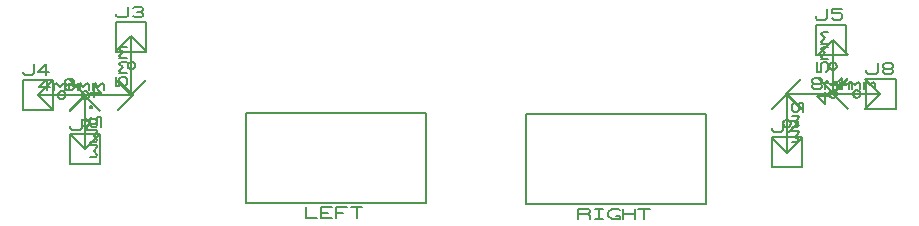
<source format=gbr>
G04 PROTEUS GERBER X2 FILE*
%TF.GenerationSoftware,Labcenter,Proteus,8.13-SP0-Build31525*%
%TF.CreationDate,2024-11-27T16:09:25+00:00*%
%TF.FileFunction,Legend,Top*%
%TF.FilePolarity,Positive*%
%TF.Part,Single*%
%TF.SameCoordinates,{6c36026d-0d5a-4654-bc71-8b13258c69e2}*%
%FSLAX45Y45*%
%MOMM*%
G01*
%TA.AperFunction,Material*%
%ADD15C,0.203200*%
%TA.AperFunction,NonMaterial*%
%ADD16C,0.203200*%
%TD.AperFunction*%
D15*
X+3548746Y+1201000D02*
X+3548746Y+439000D01*
X+2024746Y+439000D02*
X+2024746Y+1201000D01*
X+3548746Y+439000D02*
X+2024746Y+439000D01*
X+3548746Y+1201000D02*
X+2024746Y+1201000D01*
X+2532746Y+398360D02*
X+2532746Y+306920D01*
X+2627996Y+306920D01*
X+2754996Y+306920D02*
X+2659746Y+306920D01*
X+2659746Y+398360D01*
X+2754996Y+398360D01*
X+2659746Y+352640D02*
X+2723246Y+352640D01*
X+2786746Y+306920D02*
X+2786746Y+398360D01*
X+2881996Y+398360D01*
X+2786746Y+352640D02*
X+2850246Y+352640D01*
X+2913746Y+398360D02*
X+3008996Y+398360D01*
X+2961371Y+398360D02*
X+2961371Y+306920D01*
X+5918746Y+1191000D02*
X+5918746Y+429000D01*
X+4394746Y+429000D02*
X+4394746Y+1191000D01*
X+5918746Y+429000D02*
X+4394746Y+429000D01*
X+5918746Y+1191000D02*
X+4394746Y+1191000D01*
X+4839246Y+296920D02*
X+4839246Y+388360D01*
X+4918621Y+388360D01*
X+4934496Y+373120D01*
X+4934496Y+357880D01*
X+4918621Y+342640D01*
X+4839246Y+342640D01*
X+4918621Y+342640D02*
X+4934496Y+327400D01*
X+4934496Y+296920D01*
X+4982121Y+388360D02*
X+5045621Y+388360D01*
X+5013871Y+388360D02*
X+5013871Y+296920D01*
X+4982121Y+296920D02*
X+5045621Y+296920D01*
X+5156746Y+327400D02*
X+5188496Y+327400D01*
X+5188496Y+296920D01*
X+5124996Y+296920D01*
X+5093246Y+327400D01*
X+5093246Y+357880D01*
X+5124996Y+388360D01*
X+5172621Y+388360D01*
X+5188496Y+373120D01*
X+5220246Y+296920D02*
X+5220246Y+388360D01*
X+5315496Y+388360D02*
X+5315496Y+296920D01*
X+5220246Y+342640D02*
X+5315496Y+342640D01*
X+5347246Y+388360D02*
X+5442496Y+388360D01*
X+5394871Y+388360D02*
X+5394871Y+296920D01*
X+537746Y+763000D02*
X+791746Y+763000D01*
X+791746Y+1017000D01*
X+537746Y+1017000D01*
X+537746Y+763000D01*
X+537746Y+1088120D02*
X+537746Y+1072880D01*
X+553621Y+1057640D01*
X+617121Y+1057640D01*
X+632996Y+1072880D01*
X+632996Y+1149080D01*
X+680621Y+1133840D02*
X+696496Y+1149080D01*
X+744121Y+1149080D01*
X+759996Y+1133840D01*
X+759996Y+1118600D01*
X+744121Y+1103360D01*
X+696496Y+1103360D01*
X+680621Y+1088120D01*
X+680621Y+1057640D01*
X+759996Y+1057640D01*
X+927746Y+1713000D02*
X+1181746Y+1713000D01*
X+1181746Y+1967000D01*
X+927746Y+1967000D01*
X+927746Y+1713000D01*
X+927746Y+2038120D02*
X+927746Y+2022880D01*
X+943621Y+2007640D01*
X+1007121Y+2007640D01*
X+1022996Y+2022880D01*
X+1022996Y+2099080D01*
X+1070621Y+2083840D02*
X+1086496Y+2099080D01*
X+1134121Y+2099080D01*
X+1149996Y+2083840D01*
X+1149996Y+2068600D01*
X+1134121Y+2053360D01*
X+1149996Y+2038120D01*
X+1149996Y+2022880D01*
X+1134121Y+2007640D01*
X+1086496Y+2007640D01*
X+1070621Y+2022880D01*
X+1102371Y+2053360D02*
X+1134121Y+2053360D01*
X+137746Y+1223000D02*
X+391746Y+1223000D01*
X+391746Y+1477000D01*
X+137746Y+1477000D01*
X+137746Y+1223000D01*
X+137746Y+1548120D02*
X+137746Y+1532880D01*
X+153621Y+1517640D01*
X+217121Y+1517640D01*
X+232996Y+1532880D01*
X+232996Y+1609080D01*
X+359996Y+1548120D02*
X+264746Y+1548120D01*
X+328246Y+1609080D01*
X+328246Y+1517640D01*
D16*
X+264746Y+1350000D02*
X+664746Y+1350000D01*
X+264746Y+1350000D02*
X+391746Y+1223000D01*
X+264746Y+1350000D02*
X+391746Y+1477000D01*
X+664746Y+1350000D02*
X+537746Y+1477000D01*
X+664746Y+1350000D02*
X+537746Y+1223000D01*
X+496496Y+1350000D02*
X+496387Y+1352634D01*
X+495497Y+1357903D01*
X+493635Y+1363172D01*
X+490592Y+1368441D01*
X+485937Y+1373643D01*
X+480668Y+1377469D01*
X+475399Y+1379909D01*
X+470130Y+1381290D01*
X+464861Y+1381750D01*
X+464746Y+1381750D01*
X+432996Y+1350000D02*
X+433105Y+1352634D01*
X+433995Y+1357903D01*
X+435857Y+1363172D01*
X+438900Y+1368441D01*
X+443555Y+1373643D01*
X+448824Y+1377469D01*
X+454093Y+1379909D01*
X+459362Y+1381290D01*
X+464631Y+1381750D01*
X+464746Y+1381750D01*
X+432996Y+1350000D02*
X+433105Y+1347366D01*
X+433995Y+1342097D01*
X+435857Y+1336828D01*
X+438900Y+1331559D01*
X+443555Y+1326357D01*
X+448824Y+1322531D01*
X+454093Y+1320091D01*
X+459362Y+1318710D01*
X+464631Y+1318250D01*
X+464746Y+1318250D01*
X+496496Y+1350000D02*
X+496387Y+1347366D01*
X+495497Y+1342097D01*
X+493635Y+1336828D01*
X+490592Y+1331559D01*
X+485937Y+1326357D01*
X+480668Y+1322531D01*
X+475399Y+1320091D01*
X+470130Y+1318710D01*
X+464861Y+1318250D01*
X+464746Y+1318250D01*
X+369496Y+1421120D02*
X+274246Y+1421120D01*
X+337746Y+1482080D01*
X+337746Y+1390640D01*
X+401246Y+1390640D02*
X+401246Y+1451600D01*
X+401246Y+1436360D02*
X+417121Y+1451600D01*
X+448871Y+1421120D01*
X+480621Y+1451600D01*
X+496496Y+1436360D01*
X+496496Y+1390640D01*
X+528246Y+1390640D02*
X+528246Y+1451600D01*
X+528246Y+1436360D02*
X+544121Y+1451600D01*
X+575871Y+1421120D01*
X+607621Y+1451600D01*
X+623496Y+1436360D01*
X+623496Y+1390640D01*
X+664746Y+1340000D02*
X+664746Y+890000D01*
X+664746Y+1340000D02*
X+537746Y+1213000D01*
X+664746Y+1340000D02*
X+791746Y+1213000D01*
X+664746Y+890000D02*
X+791746Y+1017000D01*
X+664746Y+890000D02*
X+537746Y+1017000D01*
X+696496Y+1115000D02*
X+696387Y+1117634D01*
X+695497Y+1122903D01*
X+693635Y+1128172D01*
X+690592Y+1133441D01*
X+685937Y+1138643D01*
X+680668Y+1142469D01*
X+675399Y+1144909D01*
X+670130Y+1146290D01*
X+664861Y+1146750D01*
X+664746Y+1146750D01*
X+632996Y+1115000D02*
X+633105Y+1117634D01*
X+633995Y+1122903D01*
X+635857Y+1128172D01*
X+638900Y+1133441D01*
X+643555Y+1138643D01*
X+648824Y+1142469D01*
X+654093Y+1144909D01*
X+659362Y+1146290D01*
X+664631Y+1146750D01*
X+664746Y+1146750D01*
X+632996Y+1115000D02*
X+633105Y+1112366D01*
X+633995Y+1107097D01*
X+635857Y+1101828D01*
X+638900Y+1096559D01*
X+643555Y+1091357D01*
X+648824Y+1087531D01*
X+654093Y+1085091D01*
X+659362Y+1083710D01*
X+664631Y+1083250D01*
X+664746Y+1083250D01*
X+696496Y+1115000D02*
X+696387Y+1112366D01*
X+695497Y+1107097D01*
X+693635Y+1101828D01*
X+690592Y+1096559D01*
X+685937Y+1091357D01*
X+680668Y+1087531D01*
X+675399Y+1085091D01*
X+670130Y+1083710D01*
X+664861Y+1083250D01*
X+664746Y+1083250D01*
X+735866Y+1337250D02*
X+735866Y+1432500D01*
X+796826Y+1369000D01*
X+705386Y+1369000D01*
X+720626Y+1257875D02*
X+720626Y+1242000D01*
X+705386Y+1242000D01*
X+705386Y+1257875D01*
X+720626Y+1257875D01*
X+796826Y+1083250D02*
X+796826Y+1162625D01*
X+766346Y+1162625D01*
X+766346Y+1099125D01*
X+751106Y+1083250D01*
X+720626Y+1083250D01*
X+705386Y+1099125D01*
X+705386Y+1146750D01*
X+720626Y+1162625D01*
X+705386Y+1051500D02*
X+766346Y+1051500D01*
X+751106Y+1051500D02*
X+766346Y+1035625D01*
X+735866Y+1003875D01*
X+766346Y+972125D01*
X+751106Y+956250D01*
X+705386Y+956250D01*
X+705386Y+924500D02*
X+766346Y+924500D01*
X+751106Y+924500D02*
X+766346Y+908625D01*
X+735866Y+876875D01*
X+766346Y+845125D01*
X+751106Y+829250D01*
X+705386Y+829250D01*
X+264746Y+1350000D02*
X+1064746Y+1350000D01*
X+264746Y+1350000D02*
X+391746Y+1223000D01*
X+264746Y+1350000D02*
X+391746Y+1477000D01*
X+1064746Y+1350000D02*
X+937746Y+1477000D01*
X+1064746Y+1350000D02*
X+937746Y+1223000D01*
X+696496Y+1350000D02*
X+696387Y+1352634D01*
X+695497Y+1357903D01*
X+693635Y+1363172D01*
X+690592Y+1368441D01*
X+685937Y+1373643D01*
X+680668Y+1377469D01*
X+675399Y+1379909D01*
X+670130Y+1381290D01*
X+664861Y+1381750D01*
X+664746Y+1381750D01*
X+632996Y+1350000D02*
X+633105Y+1352634D01*
X+633995Y+1357903D01*
X+635857Y+1363172D01*
X+638900Y+1368441D01*
X+643555Y+1373643D01*
X+648824Y+1377469D01*
X+654093Y+1379909D01*
X+659362Y+1381290D01*
X+664631Y+1381750D01*
X+664746Y+1381750D01*
X+632996Y+1350000D02*
X+633105Y+1347366D01*
X+633995Y+1342097D01*
X+635857Y+1336828D01*
X+638900Y+1331559D01*
X+643555Y+1326357D01*
X+648824Y+1322531D01*
X+654093Y+1320091D01*
X+659362Y+1318710D01*
X+664631Y+1318250D01*
X+664746Y+1318250D01*
X+696496Y+1350000D02*
X+696387Y+1347366D01*
X+695497Y+1342097D01*
X+693635Y+1336828D01*
X+690592Y+1331559D01*
X+685937Y+1326357D01*
X+680668Y+1322531D01*
X+675399Y+1320091D01*
X+670130Y+1318710D01*
X+664861Y+1318250D01*
X+664746Y+1318250D01*
X+505996Y+1436360D02*
X+490121Y+1451600D01*
X+490121Y+1466840D01*
X+505996Y+1482080D01*
X+553621Y+1482080D01*
X+569496Y+1466840D01*
X+569496Y+1451600D01*
X+553621Y+1436360D01*
X+505996Y+1436360D01*
X+490121Y+1421120D01*
X+490121Y+1405880D01*
X+505996Y+1390640D01*
X+553621Y+1390640D01*
X+569496Y+1405880D01*
X+569496Y+1421120D01*
X+553621Y+1436360D01*
X+601246Y+1390640D02*
X+601246Y+1451600D01*
X+601246Y+1436360D02*
X+617121Y+1451600D01*
X+648871Y+1421120D01*
X+680621Y+1451600D01*
X+696496Y+1436360D01*
X+696496Y+1390640D01*
X+728246Y+1390640D02*
X+728246Y+1451600D01*
X+728246Y+1436360D02*
X+744121Y+1451600D01*
X+775871Y+1421120D01*
X+807621Y+1451600D01*
X+823496Y+1436360D01*
X+823496Y+1390640D01*
X+1054746Y+1350000D02*
X+1054746Y+1850000D01*
X+1054746Y+1350000D02*
X+1181746Y+1477000D01*
X+1054746Y+1350000D02*
X+927746Y+1477000D01*
X+1054746Y+1850000D02*
X+927746Y+1723000D01*
X+1054746Y+1850000D02*
X+1181746Y+1723000D01*
X+1086496Y+1600000D02*
X+1086387Y+1602634D01*
X+1085497Y+1607903D01*
X+1083635Y+1613172D01*
X+1080592Y+1618441D01*
X+1075937Y+1623643D01*
X+1070668Y+1627469D01*
X+1065399Y+1629909D01*
X+1060130Y+1631290D01*
X+1054861Y+1631750D01*
X+1054746Y+1631750D01*
X+1022996Y+1600000D02*
X+1023105Y+1602634D01*
X+1023995Y+1607903D01*
X+1025857Y+1613172D01*
X+1028900Y+1618441D01*
X+1033555Y+1623643D01*
X+1038824Y+1627469D01*
X+1044093Y+1629909D01*
X+1049362Y+1631290D01*
X+1054631Y+1631750D01*
X+1054746Y+1631750D01*
X+1022996Y+1600000D02*
X+1023105Y+1597366D01*
X+1023995Y+1592097D01*
X+1025857Y+1586828D01*
X+1028900Y+1581559D01*
X+1033555Y+1576357D01*
X+1038824Y+1572531D01*
X+1044093Y+1570091D01*
X+1049362Y+1568710D01*
X+1054631Y+1568250D01*
X+1054746Y+1568250D01*
X+1086496Y+1600000D02*
X+1086387Y+1597366D01*
X+1085497Y+1592097D01*
X+1083635Y+1586828D01*
X+1080592Y+1581559D01*
X+1075937Y+1576357D01*
X+1070668Y+1572531D01*
X+1065399Y+1570091D01*
X+1060130Y+1568710D01*
X+1054861Y+1568250D01*
X+1054746Y+1568250D01*
X+922666Y+1504750D02*
X+922666Y+1425375D01*
X+953146Y+1425375D01*
X+953146Y+1488875D01*
X+968386Y+1504750D01*
X+998866Y+1504750D01*
X+1014106Y+1488875D01*
X+1014106Y+1441250D01*
X+998866Y+1425375D01*
X+1014106Y+1536500D02*
X+953146Y+1536500D01*
X+968386Y+1536500D02*
X+953146Y+1552375D01*
X+983626Y+1584125D01*
X+953146Y+1615875D01*
X+968386Y+1631750D01*
X+1014106Y+1631750D01*
X+1014106Y+1663500D02*
X+953146Y+1663500D01*
X+968386Y+1663500D02*
X+953146Y+1679375D01*
X+983626Y+1711125D01*
X+953146Y+1742875D01*
X+968386Y+1758750D01*
X+1014106Y+1758750D01*
X+7394746Y+1360000D02*
X+6994746Y+1360000D01*
X+7394746Y+1360000D02*
X+7267746Y+1487000D01*
X+7394746Y+1360000D02*
X+7267746Y+1233000D01*
X+6994746Y+1360000D02*
X+7121746Y+1233000D01*
X+6994746Y+1360000D02*
X+7121746Y+1487000D01*
X+7226496Y+1360000D02*
X+7226387Y+1362634D01*
X+7225497Y+1367903D01*
X+7223635Y+1373172D01*
X+7220592Y+1378441D01*
X+7215937Y+1383643D01*
X+7210668Y+1387469D01*
X+7205399Y+1389909D01*
X+7200130Y+1391290D01*
X+7194861Y+1391750D01*
X+7194746Y+1391750D01*
X+7162996Y+1360000D02*
X+7163105Y+1362634D01*
X+7163995Y+1367903D01*
X+7165857Y+1373172D01*
X+7168900Y+1378441D01*
X+7173555Y+1383643D01*
X+7178824Y+1387469D01*
X+7184093Y+1389909D01*
X+7189362Y+1391290D01*
X+7194631Y+1391750D01*
X+7194746Y+1391750D01*
X+7162996Y+1360000D02*
X+7163105Y+1357366D01*
X+7163995Y+1352097D01*
X+7165857Y+1346828D01*
X+7168900Y+1341559D01*
X+7173555Y+1336357D01*
X+7178824Y+1332531D01*
X+7184093Y+1330091D01*
X+7189362Y+1328710D01*
X+7194631Y+1328250D01*
X+7194746Y+1328250D01*
X+7226496Y+1360000D02*
X+7226387Y+1357366D01*
X+7225497Y+1352097D01*
X+7223635Y+1346828D01*
X+7220592Y+1341559D01*
X+7215937Y+1336357D01*
X+7210668Y+1332531D01*
X+7205399Y+1330091D01*
X+7200130Y+1328710D01*
X+7194861Y+1328250D01*
X+7194746Y+1328250D01*
X+7099496Y+1431120D02*
X+7004246Y+1431120D01*
X+7067746Y+1492080D01*
X+7067746Y+1400640D01*
X+7131246Y+1400640D02*
X+7131246Y+1461600D01*
X+7131246Y+1446360D02*
X+7147121Y+1461600D01*
X+7178871Y+1431120D01*
X+7210621Y+1461600D01*
X+7226496Y+1446360D01*
X+7226496Y+1400640D01*
X+7258246Y+1400640D02*
X+7258246Y+1461600D01*
X+7258246Y+1446360D02*
X+7274121Y+1461600D01*
X+7305871Y+1431120D01*
X+7337621Y+1461600D01*
X+7353496Y+1446360D01*
X+7353496Y+1400640D01*
X+6994746Y+1370000D02*
X+6994746Y+1820000D01*
X+6994746Y+1370000D02*
X+7121746Y+1497000D01*
X+6994746Y+1370000D02*
X+6867746Y+1497000D01*
X+6994746Y+1820000D02*
X+6867746Y+1693000D01*
X+6994746Y+1820000D02*
X+7121746Y+1693000D01*
X+7026496Y+1595000D02*
X+7026387Y+1597634D01*
X+7025497Y+1602903D01*
X+7023635Y+1608172D01*
X+7020592Y+1613441D01*
X+7015937Y+1618643D01*
X+7010668Y+1622469D01*
X+7005399Y+1624909D01*
X+7000130Y+1626290D01*
X+6994861Y+1626750D01*
X+6994746Y+1626750D01*
X+6962996Y+1595000D02*
X+6963105Y+1597634D01*
X+6963995Y+1602903D01*
X+6965857Y+1608172D01*
X+6968900Y+1613441D01*
X+6973555Y+1618643D01*
X+6978824Y+1622469D01*
X+6984093Y+1624909D01*
X+6989362Y+1626290D01*
X+6994631Y+1626750D01*
X+6994746Y+1626750D01*
X+6962996Y+1595000D02*
X+6963105Y+1592366D01*
X+6963995Y+1587097D01*
X+6965857Y+1581828D01*
X+6968900Y+1576559D01*
X+6973555Y+1571357D01*
X+6978824Y+1567531D01*
X+6984093Y+1565091D01*
X+6989362Y+1563710D01*
X+6994631Y+1563250D01*
X+6994746Y+1563250D01*
X+7026496Y+1595000D02*
X+7026387Y+1592366D01*
X+7025497Y+1587097D01*
X+7023635Y+1581828D01*
X+7020592Y+1576559D01*
X+7015937Y+1571357D01*
X+7010668Y+1567531D01*
X+7005399Y+1565091D01*
X+7000130Y+1563710D01*
X+6994861Y+1563250D01*
X+6994746Y+1563250D01*
X+6923626Y+1372750D02*
X+6923626Y+1277500D01*
X+6862666Y+1341000D01*
X+6954106Y+1341000D01*
X+6938866Y+1452125D02*
X+6938866Y+1468000D01*
X+6954106Y+1468000D01*
X+6954106Y+1452125D01*
X+6938866Y+1452125D01*
X+6862666Y+1626750D02*
X+6862666Y+1547375D01*
X+6893146Y+1547375D01*
X+6893146Y+1610875D01*
X+6908386Y+1626750D01*
X+6938866Y+1626750D01*
X+6954106Y+1610875D01*
X+6954106Y+1563250D01*
X+6938866Y+1547375D01*
X+6954106Y+1658500D02*
X+6893146Y+1658500D01*
X+6908386Y+1658500D02*
X+6893146Y+1674375D01*
X+6923626Y+1706125D01*
X+6893146Y+1737875D01*
X+6908386Y+1753750D01*
X+6954106Y+1753750D01*
X+6954106Y+1785500D02*
X+6893146Y+1785500D01*
X+6908386Y+1785500D02*
X+6893146Y+1801375D01*
X+6923626Y+1833125D01*
X+6893146Y+1864875D01*
X+6908386Y+1880750D01*
X+6954106Y+1880750D01*
X+7394746Y+1360000D02*
X+6594746Y+1360000D01*
X+7394746Y+1360000D02*
X+7267746Y+1487000D01*
X+7394746Y+1360000D02*
X+7267746Y+1233000D01*
X+6594746Y+1360000D02*
X+6721746Y+1233000D01*
X+6594746Y+1360000D02*
X+6721746Y+1487000D01*
X+7026496Y+1360000D02*
X+7026387Y+1362634D01*
X+7025497Y+1367903D01*
X+7023635Y+1373172D01*
X+7020592Y+1378441D01*
X+7015937Y+1383643D01*
X+7010668Y+1387469D01*
X+7005399Y+1389909D01*
X+7000130Y+1391290D01*
X+6994861Y+1391750D01*
X+6994746Y+1391750D01*
X+6962996Y+1360000D02*
X+6963105Y+1362634D01*
X+6963995Y+1367903D01*
X+6965857Y+1373172D01*
X+6968900Y+1378441D01*
X+6973555Y+1383643D01*
X+6978824Y+1387469D01*
X+6984093Y+1389909D01*
X+6989362Y+1391290D01*
X+6994631Y+1391750D01*
X+6994746Y+1391750D01*
X+6962996Y+1360000D02*
X+6963105Y+1357366D01*
X+6963995Y+1352097D01*
X+6965857Y+1346828D01*
X+6968900Y+1341559D01*
X+6973555Y+1336357D01*
X+6978824Y+1332531D01*
X+6984093Y+1330091D01*
X+6989362Y+1328710D01*
X+6994631Y+1328250D01*
X+6994746Y+1328250D01*
X+7026496Y+1360000D02*
X+7026387Y+1357366D01*
X+7025497Y+1352097D01*
X+7023635Y+1346828D01*
X+7020592Y+1341559D01*
X+7015937Y+1336357D01*
X+7010668Y+1332531D01*
X+7005399Y+1330091D01*
X+7000130Y+1328710D01*
X+6994861Y+1328250D01*
X+6994746Y+1328250D01*
X+6835996Y+1446360D02*
X+6820121Y+1461600D01*
X+6820121Y+1476840D01*
X+6835996Y+1492080D01*
X+6883621Y+1492080D01*
X+6899496Y+1476840D01*
X+6899496Y+1461600D01*
X+6883621Y+1446360D01*
X+6835996Y+1446360D01*
X+6820121Y+1431120D01*
X+6820121Y+1415880D01*
X+6835996Y+1400640D01*
X+6883621Y+1400640D01*
X+6899496Y+1415880D01*
X+6899496Y+1431120D01*
X+6883621Y+1446360D01*
X+6931246Y+1400640D02*
X+6931246Y+1461600D01*
X+6931246Y+1446360D02*
X+6947121Y+1461600D01*
X+6978871Y+1431120D01*
X+7010621Y+1461600D01*
X+7026496Y+1446360D01*
X+7026496Y+1400640D01*
X+7058246Y+1400640D02*
X+7058246Y+1461600D01*
X+7058246Y+1446360D02*
X+7074121Y+1461600D01*
X+7105871Y+1431120D01*
X+7137621Y+1461600D01*
X+7153496Y+1446360D01*
X+7153496Y+1400640D01*
X+6604746Y+1360000D02*
X+6604746Y+860000D01*
X+6604746Y+1360000D02*
X+6477746Y+1233000D01*
X+6604746Y+1360000D02*
X+6731746Y+1233000D01*
X+6604746Y+860000D02*
X+6731746Y+987000D01*
X+6604746Y+860000D02*
X+6477746Y+987000D01*
X+6636496Y+1110000D02*
X+6636387Y+1112634D01*
X+6635497Y+1117903D01*
X+6633635Y+1123172D01*
X+6630592Y+1128441D01*
X+6625937Y+1133643D01*
X+6620668Y+1137469D01*
X+6615399Y+1139909D01*
X+6610130Y+1141290D01*
X+6604861Y+1141750D01*
X+6604746Y+1141750D01*
X+6572996Y+1110000D02*
X+6573105Y+1112634D01*
X+6573995Y+1117903D01*
X+6575857Y+1123172D01*
X+6578900Y+1128441D01*
X+6583555Y+1133643D01*
X+6588824Y+1137469D01*
X+6594093Y+1139909D01*
X+6599362Y+1141290D01*
X+6604631Y+1141750D01*
X+6604746Y+1141750D01*
X+6572996Y+1110000D02*
X+6573105Y+1107366D01*
X+6573995Y+1102097D01*
X+6575857Y+1096828D01*
X+6578900Y+1091559D01*
X+6583555Y+1086357D01*
X+6588824Y+1082531D01*
X+6594093Y+1080091D01*
X+6599362Y+1078710D01*
X+6604631Y+1078250D01*
X+6604746Y+1078250D01*
X+6636496Y+1110000D02*
X+6636387Y+1107366D01*
X+6635497Y+1102097D01*
X+6633635Y+1096828D01*
X+6630592Y+1091559D01*
X+6625937Y+1086357D01*
X+6620668Y+1082531D01*
X+6615399Y+1080091D01*
X+6610130Y+1078710D01*
X+6604861Y+1078250D01*
X+6604746Y+1078250D01*
X+6736826Y+1205250D02*
X+6736826Y+1284625D01*
X+6706346Y+1284625D01*
X+6706346Y+1221125D01*
X+6691106Y+1205250D01*
X+6660626Y+1205250D01*
X+6645386Y+1221125D01*
X+6645386Y+1268750D01*
X+6660626Y+1284625D01*
X+6645386Y+1173500D02*
X+6706346Y+1173500D01*
X+6691106Y+1173500D02*
X+6706346Y+1157625D01*
X+6675866Y+1125875D01*
X+6706346Y+1094125D01*
X+6691106Y+1078250D01*
X+6645386Y+1078250D01*
X+6645386Y+1046500D02*
X+6706346Y+1046500D01*
X+6691106Y+1046500D02*
X+6706346Y+1030625D01*
X+6675866Y+998875D01*
X+6706346Y+967125D01*
X+6691106Y+951250D01*
X+6645386Y+951250D01*
D15*
X+6847746Y+1693000D02*
X+7101746Y+1693000D01*
X+7101746Y+1947000D01*
X+6847746Y+1947000D01*
X+6847746Y+1693000D01*
X+6847746Y+2018120D02*
X+6847746Y+2002880D01*
X+6863621Y+1987640D01*
X+6927121Y+1987640D01*
X+6942996Y+2002880D01*
X+6942996Y+2079080D01*
X+7069996Y+2079080D02*
X+6990621Y+2079080D01*
X+6990621Y+2048600D01*
X+7054121Y+2048600D01*
X+7069996Y+2033360D01*
X+7069996Y+2002880D01*
X+7054121Y+1987640D01*
X+7006496Y+1987640D01*
X+6990621Y+2002880D01*
X+6477746Y+743000D02*
X+6731746Y+743000D01*
X+6731746Y+997000D01*
X+6477746Y+997000D01*
X+6477746Y+743000D01*
X+6477746Y+1068120D02*
X+6477746Y+1052880D01*
X+6493621Y+1037640D01*
X+6557121Y+1037640D01*
X+6572996Y+1052880D01*
X+6572996Y+1129080D01*
X+6620621Y+1129080D02*
X+6699996Y+1129080D01*
X+6699996Y+1113840D01*
X+6620621Y+1037640D01*
X+7277746Y+1233000D02*
X+7531746Y+1233000D01*
X+7531746Y+1487000D01*
X+7277746Y+1487000D01*
X+7277746Y+1233000D01*
X+7277746Y+1558120D02*
X+7277746Y+1542880D01*
X+7293621Y+1527640D01*
X+7357121Y+1527640D01*
X+7372996Y+1542880D01*
X+7372996Y+1619080D01*
X+7436496Y+1573360D02*
X+7420621Y+1588600D01*
X+7420621Y+1603840D01*
X+7436496Y+1619080D01*
X+7484121Y+1619080D01*
X+7499996Y+1603840D01*
X+7499996Y+1588600D01*
X+7484121Y+1573360D01*
X+7436496Y+1573360D01*
X+7420621Y+1558120D01*
X+7420621Y+1542880D01*
X+7436496Y+1527640D01*
X+7484121Y+1527640D01*
X+7499996Y+1542880D01*
X+7499996Y+1558120D01*
X+7484121Y+1573360D01*
M02*

</source>
